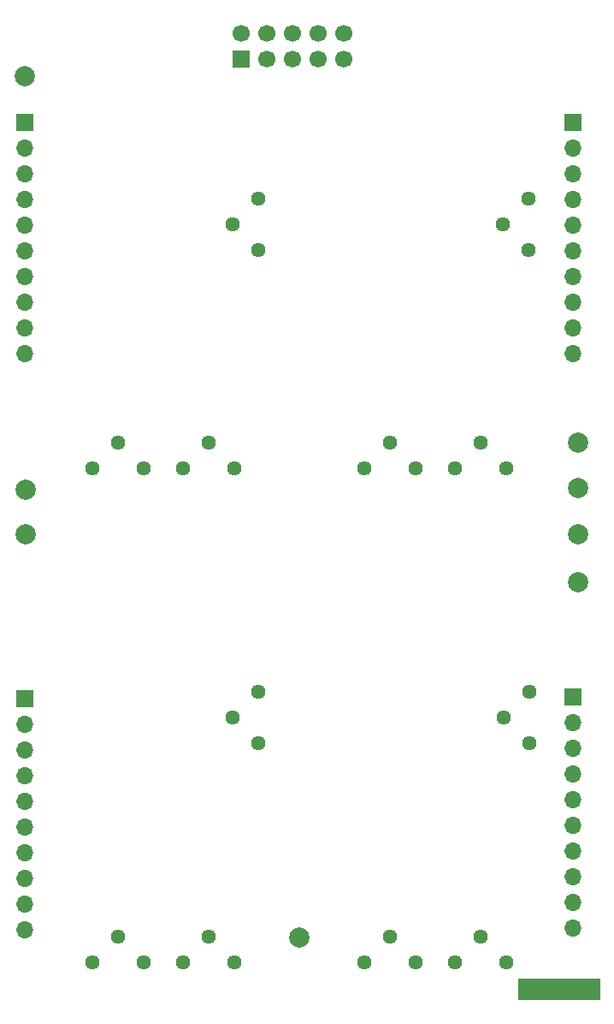
<source format=gbr>
%TF.GenerationSoftware,KiCad,Pcbnew,(6.0.11)*%
%TF.CreationDate,2023-05-28T11:22:08+01:00*%
%TF.ProjectId,Quadraphone,51756164-7261-4706-986f-6e652e6b6963,rev?*%
%TF.SameCoordinates,Original*%
%TF.FileFunction,Soldermask,Bot*%
%TF.FilePolarity,Negative*%
%FSLAX46Y46*%
G04 Gerber Fmt 4.6, Leading zero omitted, Abs format (unit mm)*
G04 Created by KiCad (PCBNEW (6.0.11)) date 2023-05-28 11:22:08*
%MOMM*%
%LPD*%
G01*
G04 APERTURE LIST*
%ADD10C,0.100000*%
%ADD11C,2.000000*%
%ADD12C,1.440000*%
%ADD13R,1.700000X1.700000*%
%ADD14C,1.700000*%
%ADD15O,1.700000X1.700000*%
G04 APERTURE END LIST*
%TO.C,FID1*%
G36*
X109700000Y-149700000D02*
G01*
X101700000Y-149700000D01*
X101700000Y-147700000D01*
X109700000Y-147700000D01*
X109700000Y-149700000D01*
G37*
D10*
X109700000Y-149700000D02*
X101700000Y-149700000D01*
X101700000Y-147700000D01*
X109700000Y-147700000D01*
X109700000Y-149700000D01*
%TD*%
D11*
%TO.C,TP6*%
X52800000Y-58400000D03*
%TD*%
D12*
%TO.C,HF_Track_Trim3*%
X68500000Y-146100000D03*
X71040000Y-143560000D03*
X73580000Y-146100000D03*
%TD*%
%TO.C,HF_Track_Trim1*%
X68500000Y-97200000D03*
X71040000Y-94660000D03*
X73580000Y-97200000D03*
%TD*%
%TO.C,Base_Freq_Trim4*%
X86400000Y-146100000D03*
X88940000Y-143560000D03*
X91480000Y-146100000D03*
%TD*%
%TO.C,Expo_Trim2*%
X102700000Y-75600000D03*
X100160000Y-73060000D03*
X102700000Y-70520000D03*
%TD*%
D11*
%TO.C,TP7*%
X52900000Y-103700000D03*
%TD*%
D12*
%TO.C,Base_Freq_Trim1*%
X59500000Y-97200000D03*
X62040000Y-94660000D03*
X64580000Y-97200000D03*
%TD*%
%TO.C,Expo_Trim3*%
X75900000Y-124425000D03*
X73360000Y-121885000D03*
X75900000Y-119345000D03*
%TD*%
D11*
%TO.C,TP5*%
X107600000Y-108500000D03*
%TD*%
D12*
%TO.C,Expo_Trim4*%
X102800000Y-124425000D03*
X100260000Y-121885000D03*
X102800000Y-119345000D03*
%TD*%
D11*
%TO.C,TP8*%
X107600000Y-103700000D03*
%TD*%
%TO.C,TP2*%
X107600000Y-94700000D03*
%TD*%
%TO.C,TP4*%
X80000000Y-143600000D03*
%TD*%
D12*
%TO.C,Base_Freq_Trim2*%
X86400000Y-97200000D03*
X88940000Y-94660000D03*
X91480000Y-97200000D03*
%TD*%
%TO.C,Expo_Trim1*%
X75900000Y-75600000D03*
X73360000Y-73060000D03*
X75900000Y-70520000D03*
%TD*%
%TO.C,Base_Freq_Trim3*%
X59500000Y-146100000D03*
X62040000Y-143560000D03*
X64580000Y-146100000D03*
%TD*%
D11*
%TO.C,TP3*%
X107600000Y-99200000D03*
%TD*%
D12*
%TO.C,HF_Track_Trim2*%
X95400000Y-97200000D03*
X97940000Y-94660000D03*
X100480000Y-97200000D03*
%TD*%
%TO.C,HF_Track_Trim4*%
X95400000Y-146100000D03*
X97940000Y-143560000D03*
X100480000Y-146100000D03*
%TD*%
D13*
%TO.C,J5*%
X74200000Y-56700000D03*
D14*
X74200000Y-54160000D03*
X76740000Y-56700000D03*
X76740000Y-54160000D03*
X79280000Y-56700000D03*
X79280000Y-54160000D03*
X81820000Y-56700000D03*
X81820000Y-54160000D03*
X84360000Y-56700000D03*
X84360000Y-54160000D03*
%TD*%
D11*
%TO.C,TP1*%
X52900000Y-99300000D03*
%TD*%
D13*
%TO.C,J4*%
X107100000Y-119800000D03*
D15*
X107100000Y-122340000D03*
X107100000Y-124880000D03*
X107100000Y-127420000D03*
X107100000Y-129960000D03*
X107100000Y-132500000D03*
X107100000Y-135040000D03*
X107100000Y-137580000D03*
X107100000Y-140120000D03*
X107100000Y-142660000D03*
%TD*%
D13*
%TO.C,J3*%
X52800000Y-120000000D03*
D15*
X52800000Y-122540000D03*
X52800000Y-125080000D03*
X52800000Y-127620000D03*
X52800000Y-130160000D03*
X52800000Y-132700000D03*
X52800000Y-135240000D03*
X52800000Y-137780000D03*
X52800000Y-140320000D03*
X52800000Y-142860000D03*
%TD*%
D13*
%TO.C,J2*%
X107100000Y-63000000D03*
D15*
X107100000Y-65540000D03*
X107100000Y-68080000D03*
X107100000Y-70620000D03*
X107100000Y-73160000D03*
X107100000Y-75700000D03*
X107100000Y-78240000D03*
X107100000Y-80780000D03*
X107100000Y-83320000D03*
X107100000Y-85860000D03*
%TD*%
D13*
%TO.C,J1*%
X52800000Y-63000000D03*
D15*
X52800000Y-65540000D03*
X52800000Y-68080000D03*
X52800000Y-70620000D03*
X52800000Y-73160000D03*
X52800000Y-75700000D03*
X52800000Y-78240000D03*
X52800000Y-80780000D03*
X52800000Y-83320000D03*
X52800000Y-85860000D03*
%TD*%
M02*

</source>
